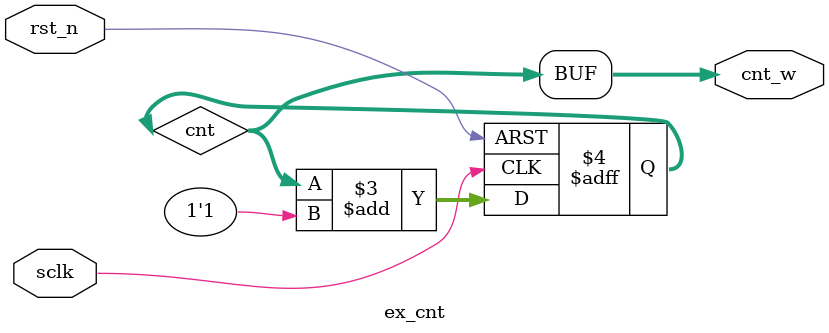
<source format=v>
module ex_cnt(
        input   wire            sclk,
        input   wire            rst_n,
        output  wire    [7:0]   cnt_w
);

reg [7:0] cnt;

assign cnt_w = cnt;
// 异步触发器
always @ (posedge sclk or negedge rst_n)
    if(rst_n == 1'b0)
        cnt <= 'd0;
    else
        cnt <= cnt + 1'b1;        


endmodule
</source>
